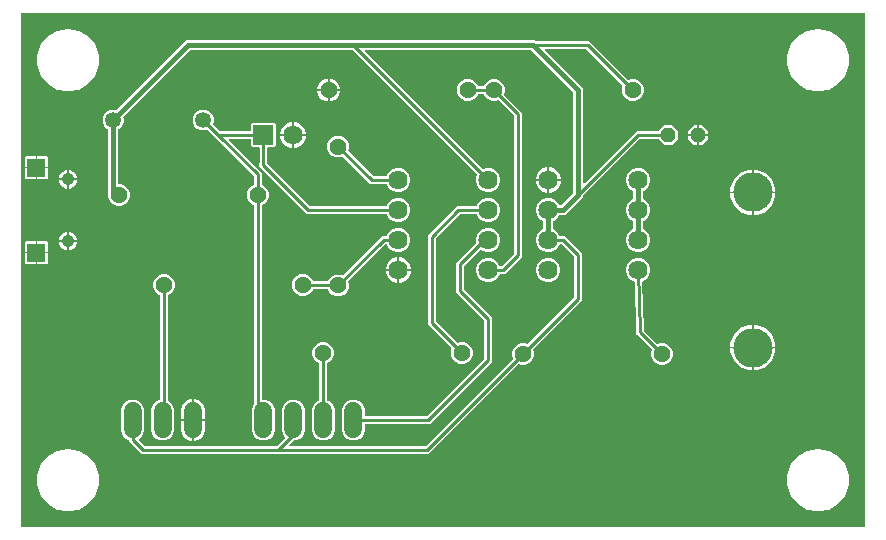
<source format=gbr>
G04 EAGLE Gerber RS-274X export*
G75*
%MOMM*%
%FSLAX34Y34*%
%LPD*%
%INBottom Copper*%
%IPPOS*%
%AMOC8*
5,1,8,0,0,1.08239X$1,22.5*%
G01*
G04 Define Apertures*
%ADD10C,1.651000*%
%ADD11R,1.651000X1.651000*%
%ADD12C,1.430000*%
%ADD13C,1.625600*%
%ADD14C,3.327400*%
%ADD15C,1.350000*%
%ADD16C,1.524000*%
%ADD17P,1.31965X8X22.5*%
%ADD18C,1.050000*%
%ADD19R,1.500000X1.500000*%
%ADD20C,0.254000*%
%ADD21C,0.406400*%
%ADD22C,1.524000*%
G36*
X725213Y10982D02*
X725463Y11154D01*
X725627Y11409D01*
X725678Y11684D01*
X725678Y445516D01*
X725618Y445813D01*
X725446Y446063D01*
X725191Y446227D01*
X724916Y446278D01*
X11684Y446278D01*
X11387Y446218D01*
X11137Y446046D01*
X10973Y445791D01*
X10922Y445516D01*
X10922Y11684D01*
X10982Y11387D01*
X11154Y11137D01*
X11409Y10973D01*
X11684Y10922D01*
X724916Y10922D01*
X725213Y10982D01*
G37*
%LPC*%
G36*
X41714Y381437D02*
X33724Y386050D01*
X27794Y393117D01*
X24638Y401787D01*
X24638Y411013D01*
X27794Y419683D01*
X33724Y426750D01*
X41714Y431363D01*
X50800Y432966D01*
X59886Y431363D01*
X67876Y426750D01*
X73807Y419683D01*
X76962Y411013D01*
X76962Y401787D01*
X73807Y393117D01*
X67876Y386050D01*
X59886Y381437D01*
X50800Y379834D01*
X41714Y381437D01*
G37*
G36*
X676714Y381437D02*
X668724Y386050D01*
X662794Y393117D01*
X659638Y401787D01*
X659638Y411013D01*
X662794Y419683D01*
X668724Y426750D01*
X676714Y431363D01*
X685800Y432966D01*
X694886Y431363D01*
X702876Y426750D01*
X708807Y419683D01*
X711962Y411013D01*
X711962Y401787D01*
X708807Y393117D01*
X702876Y386050D01*
X694886Y381437D01*
X685800Y379834D01*
X676714Y381437D01*
G37*
G36*
X112925Y72880D02*
X102090Y83715D01*
X102090Y84379D01*
X102030Y84677D01*
X101858Y84927D01*
X101620Y85083D01*
X99932Y85782D01*
X97212Y88502D01*
X95740Y92057D01*
X95740Y111144D01*
X97212Y114698D01*
X99932Y117418D01*
X103487Y118890D01*
X107334Y118890D01*
X110888Y117418D01*
X113608Y114698D01*
X115080Y111144D01*
X115080Y92057D01*
X113608Y88502D01*
X110879Y85774D01*
X110647Y85617D01*
X110482Y85363D01*
X110428Y85064D01*
X110496Y84769D01*
X110651Y84544D01*
X115452Y79743D01*
X115705Y79576D01*
X115991Y79520D01*
X226909Y79520D01*
X227206Y79580D01*
X227448Y79743D01*
X234116Y86411D01*
X234283Y86664D01*
X234339Y86962D01*
X234274Y87258D01*
X234116Y87489D01*
X233102Y88502D01*
X231630Y92057D01*
X231630Y111144D01*
X233102Y114698D01*
X235822Y117418D01*
X239377Y118890D01*
X243224Y118890D01*
X246778Y117418D01*
X249498Y114698D01*
X250970Y111144D01*
X250970Y92057D01*
X249498Y88502D01*
X246778Y85782D01*
X243224Y84310D01*
X241721Y84310D01*
X241424Y84250D01*
X241182Y84087D01*
X237916Y80821D01*
X237749Y80568D01*
X237693Y80270D01*
X237758Y79974D01*
X237933Y79726D01*
X238192Y79567D01*
X238455Y79520D01*
X352857Y79520D01*
X353154Y79580D01*
X353396Y79743D01*
X427051Y153399D01*
X427219Y153651D01*
X427275Y153950D01*
X427217Y154229D01*
X426628Y155650D01*
X426628Y159310D01*
X428029Y162691D01*
X430617Y165279D01*
X433998Y166680D01*
X437658Y166680D01*
X439079Y166091D01*
X439377Y166033D01*
X439673Y166096D01*
X439909Y166257D01*
X479057Y205404D01*
X479224Y205657D01*
X479280Y205943D01*
X479280Y239609D01*
X479220Y239906D01*
X479057Y240148D01*
X468748Y250457D01*
X468495Y250624D01*
X468209Y250680D01*
X467351Y250680D01*
X467053Y250620D01*
X466803Y250448D01*
X466647Y250210D01*
X465828Y248235D01*
X462965Y245372D01*
X459225Y243822D01*
X455175Y243822D01*
X451435Y245372D01*
X448572Y248235D01*
X447022Y251975D01*
X447022Y256025D01*
X448572Y259765D01*
X451435Y262628D01*
X452648Y263131D01*
X452899Y263300D01*
X453065Y263555D01*
X453118Y263835D01*
X453118Y269565D01*
X453058Y269862D01*
X452886Y270112D01*
X452648Y270269D01*
X451435Y270772D01*
X448572Y273635D01*
X447022Y277375D01*
X447022Y281425D01*
X448572Y285165D01*
X451435Y288028D01*
X455175Y289578D01*
X459225Y289578D01*
X462965Y288028D01*
X465828Y285165D01*
X466331Y283952D01*
X466500Y283701D01*
X466755Y283535D01*
X467035Y283482D01*
X467894Y283482D01*
X468191Y283542D01*
X468432Y283705D01*
X478295Y293568D01*
X478462Y293820D01*
X478518Y294106D01*
X478518Y378994D01*
X478458Y379291D01*
X478295Y379532D01*
X443032Y414795D01*
X442780Y414962D01*
X442494Y415018D01*
X302717Y415018D01*
X302420Y414958D01*
X302169Y414786D01*
X302006Y414531D01*
X301955Y414232D01*
X302025Y413937D01*
X302178Y413717D01*
X401570Y314325D01*
X401823Y314158D01*
X402121Y314102D01*
X402400Y314160D01*
X404375Y314978D01*
X408425Y314978D01*
X412165Y313428D01*
X415028Y310565D01*
X416578Y306825D01*
X416578Y302775D01*
X415028Y299035D01*
X412165Y296172D01*
X408425Y294622D01*
X404375Y294622D01*
X400635Y296172D01*
X397772Y299035D01*
X396222Y302775D01*
X396222Y306825D01*
X397040Y308800D01*
X397098Y309097D01*
X397035Y309394D01*
X396875Y309630D01*
X291710Y414795D01*
X291457Y414962D01*
X291171Y415018D01*
X154406Y415018D01*
X154109Y414958D01*
X153868Y414795D01*
X97686Y358613D01*
X97519Y358360D01*
X97463Y358062D01*
X97521Y357783D01*
X97700Y357350D01*
X97700Y353850D01*
X96360Y350615D01*
X93885Y348140D01*
X93452Y347961D01*
X93201Y347791D01*
X93035Y347537D01*
X92982Y347257D01*
X92982Y302062D01*
X93042Y301765D01*
X93214Y301515D01*
X93469Y301351D01*
X93744Y301300D01*
X95430Y301300D01*
X98811Y299899D01*
X101399Y297311D01*
X102800Y293930D01*
X102800Y290270D01*
X101399Y286889D01*
X98811Y284301D01*
X95430Y282900D01*
X91770Y282900D01*
X88389Y284301D01*
X85801Y286889D01*
X84400Y290270D01*
X84400Y293930D01*
X84760Y294799D01*
X84818Y295091D01*
X84818Y347257D01*
X84758Y347554D01*
X84586Y347804D01*
X84348Y347961D01*
X83915Y348140D01*
X81440Y350615D01*
X80100Y353850D01*
X80100Y357350D01*
X81440Y360585D01*
X83915Y363060D01*
X87150Y364400D01*
X90650Y364400D01*
X91083Y364221D01*
X91381Y364163D01*
X91677Y364226D01*
X91913Y364386D01*
X150709Y423182D01*
X446191Y423182D01*
X446730Y422643D01*
X446982Y422476D01*
X447268Y422420D01*
X491975Y422420D01*
X524619Y389777D01*
X524871Y389609D01*
X525170Y389554D01*
X525449Y389611D01*
X526870Y390200D01*
X530530Y390200D01*
X533911Y388799D01*
X536499Y386211D01*
X537900Y382830D01*
X537900Y379170D01*
X536499Y375789D01*
X533911Y373201D01*
X530530Y371800D01*
X526870Y371800D01*
X523489Y373201D01*
X520901Y375789D01*
X519500Y379170D01*
X519500Y382830D01*
X520089Y384251D01*
X520147Y384549D01*
X520084Y384845D01*
X519923Y385081D01*
X489448Y415557D01*
X489195Y415724D01*
X488909Y415780D01*
X455432Y415780D01*
X455135Y415720D01*
X454885Y415548D01*
X454722Y415293D01*
X454671Y414994D01*
X454741Y414699D01*
X454894Y414479D01*
X486682Y382691D01*
X486682Y302717D01*
X486742Y302420D01*
X486914Y302169D01*
X487169Y302006D01*
X487468Y301955D01*
X487763Y302025D01*
X487983Y302178D01*
X532025Y346220D01*
X550284Y346220D01*
X550581Y346280D01*
X550823Y346443D01*
X555426Y351046D01*
X562174Y351046D01*
X566946Y346274D01*
X566946Y339526D01*
X562174Y334754D01*
X555426Y334754D01*
X550823Y339357D01*
X550570Y339524D01*
X550284Y339580D01*
X535091Y339580D01*
X534794Y339520D01*
X534552Y339357D01*
X486905Y291710D01*
X486738Y291457D01*
X486682Y291171D01*
X486682Y290409D01*
X471591Y275318D01*
X467035Y275318D01*
X466738Y275258D01*
X466488Y275086D01*
X466331Y274848D01*
X465828Y273635D01*
X462965Y270772D01*
X461752Y270269D01*
X461501Y270100D01*
X461335Y269845D01*
X461282Y269565D01*
X461282Y263835D01*
X461342Y263538D01*
X461514Y263288D01*
X461752Y263131D01*
X462965Y262628D01*
X465828Y259765D01*
X466647Y257790D01*
X466816Y257539D01*
X467070Y257373D01*
X467351Y257320D01*
X471275Y257320D01*
X485920Y242675D01*
X485920Y202877D01*
X444605Y161561D01*
X444437Y161309D01*
X444382Y161010D01*
X444439Y160731D01*
X445028Y159310D01*
X445028Y155650D01*
X443627Y152269D01*
X441039Y149681D01*
X437658Y148280D01*
X433998Y148280D01*
X432577Y148869D01*
X432279Y148927D01*
X431983Y148864D01*
X431747Y148703D01*
X355923Y72880D01*
X112925Y72880D01*
G37*
G36*
X261710Y381762D02*
X261710Y382927D01*
X263185Y386489D01*
X265911Y389215D01*
X269473Y390690D01*
X270638Y390690D01*
X270638Y381762D01*
X261710Y381762D01*
G37*
G36*
X272162Y381762D02*
X272162Y390690D01*
X273327Y390690D01*
X276889Y389215D01*
X279615Y386489D01*
X281090Y382927D01*
X281090Y381762D01*
X272162Y381762D01*
G37*
G36*
X404375Y218422D02*
X400635Y219972D01*
X397772Y222835D01*
X396222Y226575D01*
X396222Y230625D01*
X397772Y234365D01*
X400635Y237228D01*
X404375Y238778D01*
X408425Y238778D01*
X412165Y237228D01*
X415028Y234365D01*
X415847Y232390D01*
X416016Y232139D01*
X416270Y231973D01*
X416551Y231920D01*
X417409Y231920D01*
X417706Y231980D01*
X417948Y232143D01*
X428257Y242452D01*
X428424Y242705D01*
X428480Y242991D01*
X428480Y358609D01*
X428420Y358906D01*
X428257Y359148D01*
X415181Y372223D01*
X414929Y372391D01*
X414630Y372447D01*
X414351Y372389D01*
X412930Y371800D01*
X409270Y371800D01*
X405889Y373201D01*
X403301Y375789D01*
X402712Y377210D01*
X402543Y377461D01*
X402288Y377627D01*
X402008Y377680D01*
X398092Y377680D01*
X397795Y377620D01*
X397545Y377448D01*
X397388Y377210D01*
X396799Y375789D01*
X394211Y373201D01*
X390830Y371800D01*
X387170Y371800D01*
X383789Y373201D01*
X381201Y375789D01*
X379800Y379170D01*
X379800Y382830D01*
X381201Y386211D01*
X383789Y388799D01*
X387170Y390200D01*
X390830Y390200D01*
X394211Y388799D01*
X396799Y386211D01*
X397388Y384790D01*
X397557Y384539D01*
X397812Y384373D01*
X398092Y384320D01*
X402008Y384320D01*
X402305Y384380D01*
X402555Y384552D01*
X402712Y384790D01*
X403301Y386211D01*
X405889Y388799D01*
X409270Y390200D01*
X412930Y390200D01*
X416311Y388799D01*
X418899Y386211D01*
X420300Y382830D01*
X420300Y379170D01*
X419711Y377749D01*
X419653Y377451D01*
X419716Y377155D01*
X419877Y376919D01*
X435120Y361675D01*
X435120Y239925D01*
X420475Y225280D01*
X416551Y225280D01*
X416253Y225220D01*
X416003Y225048D01*
X415847Y224810D01*
X415028Y222835D01*
X412165Y219972D01*
X408425Y218422D01*
X404375Y218422D01*
G37*
G36*
X269473Y371310D02*
X265911Y372785D01*
X263185Y375511D01*
X261710Y379073D01*
X261710Y380238D01*
X270638Y380238D01*
X270638Y371310D01*
X269473Y371310D01*
G37*
G36*
X272162Y371310D02*
X272162Y380238D01*
X281090Y380238D01*
X281090Y379073D01*
X279615Y375511D01*
X276889Y372785D01*
X273327Y371310D01*
X272162Y371310D01*
G37*
G36*
X213977Y84310D02*
X210422Y85782D01*
X207702Y88502D01*
X206230Y92057D01*
X206230Y111144D01*
X207728Y114759D01*
X207824Y114905D01*
X207880Y115191D01*
X207880Y283008D01*
X207820Y283305D01*
X207648Y283555D01*
X207410Y283712D01*
X205989Y284301D01*
X203401Y286889D01*
X202000Y290270D01*
X202000Y293930D01*
X203401Y297311D01*
X205989Y299899D01*
X207410Y300488D01*
X207661Y300657D01*
X207827Y300912D01*
X207880Y301192D01*
X207880Y307809D01*
X207820Y308106D01*
X207657Y308348D01*
X168875Y347130D01*
X168622Y347297D01*
X168324Y347353D01*
X168045Y347295D01*
X166850Y346800D01*
X163350Y346800D01*
X160115Y348140D01*
X157640Y350615D01*
X156300Y353850D01*
X156300Y357350D01*
X157640Y360585D01*
X160115Y363060D01*
X163350Y364400D01*
X166850Y364400D01*
X170085Y363060D01*
X172560Y360585D01*
X173900Y357350D01*
X173900Y353850D01*
X173405Y352655D01*
X173347Y352358D01*
X173410Y352061D01*
X173570Y351825D01*
X178952Y346443D01*
X179205Y346276D01*
X179491Y346220D01*
X205033Y346220D01*
X205330Y346280D01*
X205580Y346452D01*
X205744Y346707D01*
X205795Y346982D01*
X205795Y352004D01*
X206996Y353205D01*
X225204Y353205D01*
X226405Y352004D01*
X226405Y333796D01*
X225204Y332595D01*
X220182Y332595D01*
X219885Y332535D01*
X219635Y332363D01*
X219471Y332108D01*
X219420Y331833D01*
X219420Y318991D01*
X219480Y318694D01*
X219643Y318452D01*
X255152Y282943D01*
X255405Y282776D01*
X255691Y282720D01*
X320049Y282720D01*
X320347Y282780D01*
X320597Y282952D01*
X320753Y283190D01*
X321572Y285165D01*
X324435Y288028D01*
X328175Y289578D01*
X332225Y289578D01*
X335965Y288028D01*
X338828Y285165D01*
X340378Y281425D01*
X340378Y277375D01*
X338828Y273635D01*
X335965Y270772D01*
X332225Y269222D01*
X328175Y269222D01*
X324435Y270772D01*
X321572Y273635D01*
X320753Y275610D01*
X320584Y275861D01*
X320330Y276027D01*
X320049Y276080D01*
X252625Y276080D01*
X212580Y316125D01*
X212580Y318887D01*
X212724Y319105D01*
X212780Y319391D01*
X212780Y331833D01*
X212720Y332130D01*
X212548Y332380D01*
X212293Y332544D01*
X212018Y332595D01*
X206996Y332595D01*
X205795Y333796D01*
X205795Y338818D01*
X205735Y339115D01*
X205563Y339365D01*
X205308Y339529D01*
X205033Y339580D01*
X187655Y339580D01*
X187358Y339520D01*
X187107Y339348D01*
X186944Y339093D01*
X186893Y338794D01*
X186963Y338499D01*
X187116Y338279D01*
X214520Y310875D01*
X214520Y301192D01*
X214580Y300895D01*
X214752Y300645D01*
X214990Y300488D01*
X216411Y299899D01*
X218999Y297311D01*
X220400Y293930D01*
X220400Y290270D01*
X218999Y286889D01*
X216411Y284301D01*
X214990Y283712D01*
X214739Y283543D01*
X214573Y283288D01*
X214520Y283008D01*
X214520Y119652D01*
X214580Y119355D01*
X214752Y119105D01*
X215007Y118941D01*
X215282Y118890D01*
X217824Y118890D01*
X221378Y117418D01*
X224098Y114698D01*
X225570Y111144D01*
X225570Y92057D01*
X224098Y88502D01*
X221378Y85782D01*
X217824Y84310D01*
X213977Y84310D01*
G37*
G36*
X241862Y343662D02*
X241862Y353695D01*
X243247Y353695D01*
X247215Y352052D01*
X250252Y349015D01*
X251895Y345047D01*
X251895Y343662D01*
X241862Y343662D01*
G37*
G36*
X230305Y343662D02*
X230305Y345047D01*
X231948Y349015D01*
X234985Y352052D01*
X238953Y353695D01*
X240338Y353695D01*
X240338Y343662D01*
X230305Y343662D01*
G37*
G36*
X584962Y343662D02*
X584962Y351536D01*
X587777Y351536D01*
X592836Y346477D01*
X592836Y343662D01*
X584962Y343662D01*
G37*
G36*
X575564Y343662D02*
X575564Y346477D01*
X580623Y351536D01*
X583438Y351536D01*
X583438Y343662D01*
X575564Y343662D01*
G37*
G36*
X328175Y294622D02*
X324435Y296172D01*
X321572Y299035D01*
X320753Y301010D01*
X320584Y301261D01*
X320330Y301427D01*
X320049Y301480D01*
X306345Y301480D01*
X283481Y324343D01*
X283229Y324511D01*
X282930Y324567D01*
X282651Y324509D01*
X281230Y323920D01*
X277570Y323920D01*
X274189Y325321D01*
X271601Y327909D01*
X270200Y331290D01*
X270200Y334950D01*
X271601Y338331D01*
X274189Y340919D01*
X277570Y342320D01*
X281230Y342320D01*
X284611Y340919D01*
X287199Y338331D01*
X288600Y334950D01*
X288600Y331290D01*
X288011Y329869D01*
X287953Y329571D01*
X288016Y329275D01*
X288177Y329039D01*
X308872Y308343D01*
X309125Y308176D01*
X309411Y308120D01*
X320049Y308120D01*
X320347Y308180D01*
X320597Y308352D01*
X320753Y308590D01*
X321572Y310565D01*
X324435Y313428D01*
X328175Y314978D01*
X332225Y314978D01*
X335965Y313428D01*
X338828Y310565D01*
X340378Y306825D01*
X340378Y302775D01*
X338828Y299035D01*
X335965Y296172D01*
X332225Y294622D01*
X328175Y294622D01*
G37*
G36*
X241862Y332105D02*
X241862Y342138D01*
X251895Y342138D01*
X251895Y340753D01*
X250252Y336785D01*
X247215Y333748D01*
X243247Y332105D01*
X241862Y332105D01*
G37*
G36*
X238953Y332105D02*
X234985Y333748D01*
X231948Y336785D01*
X230305Y340753D01*
X230305Y342138D01*
X240338Y342138D01*
X240338Y332105D01*
X238953Y332105D01*
G37*
G36*
X580623Y334264D02*
X575564Y339323D01*
X575564Y342138D01*
X583438Y342138D01*
X583438Y334264D01*
X580623Y334264D01*
G37*
G36*
X584962Y334264D02*
X584962Y342138D01*
X592836Y342138D01*
X592836Y339323D01*
X587777Y334264D01*
X584962Y334264D01*
G37*
G36*
X13860Y316162D02*
X13860Y323952D01*
X15348Y325440D01*
X23138Y325440D01*
X23138Y316162D01*
X13860Y316162D01*
G37*
G36*
X24662Y316162D02*
X24662Y325440D01*
X32452Y325440D01*
X33940Y323952D01*
X33940Y316162D01*
X24662Y316162D01*
G37*
G36*
X446532Y305562D02*
X446532Y306922D01*
X448156Y310843D01*
X451157Y313844D01*
X455078Y315468D01*
X456438Y315468D01*
X456438Y305562D01*
X446532Y305562D01*
G37*
G36*
X457962Y305562D02*
X457962Y315468D01*
X459322Y315468D01*
X463243Y313844D01*
X466244Y310843D01*
X467868Y306922D01*
X467868Y305562D01*
X457962Y305562D01*
G37*
G36*
X531375Y243822D02*
X527635Y245372D01*
X524772Y248235D01*
X523222Y251975D01*
X523222Y256025D01*
X524772Y259765D01*
X527635Y262628D01*
X528848Y263131D01*
X529099Y263300D01*
X529265Y263555D01*
X529318Y263835D01*
X529318Y269565D01*
X529258Y269862D01*
X529086Y270112D01*
X528848Y270269D01*
X527635Y270772D01*
X524772Y273635D01*
X523222Y277375D01*
X523222Y281425D01*
X524772Y285165D01*
X527635Y288028D01*
X528848Y288531D01*
X529099Y288700D01*
X529265Y288955D01*
X529318Y289235D01*
X529318Y294965D01*
X529258Y295262D01*
X529086Y295512D01*
X528848Y295669D01*
X527635Y296172D01*
X524772Y299035D01*
X523222Y302775D01*
X523222Y306825D01*
X524772Y310565D01*
X527635Y313428D01*
X531375Y314978D01*
X535425Y314978D01*
X539165Y313428D01*
X542028Y310565D01*
X543578Y306825D01*
X543578Y302775D01*
X542028Y299035D01*
X539165Y296172D01*
X537952Y295669D01*
X537701Y295500D01*
X537535Y295245D01*
X537482Y294965D01*
X537482Y289235D01*
X537542Y288938D01*
X537714Y288688D01*
X537952Y288531D01*
X539165Y288028D01*
X542028Y285165D01*
X543578Y281425D01*
X543578Y277375D01*
X542028Y273635D01*
X539165Y270772D01*
X537952Y270269D01*
X537701Y270100D01*
X537535Y269845D01*
X537482Y269565D01*
X537482Y263835D01*
X537542Y263538D01*
X537714Y263288D01*
X537952Y263131D01*
X539165Y262628D01*
X542028Y259765D01*
X543578Y256025D01*
X543578Y251975D01*
X542028Y248235D01*
X539165Y245372D01*
X535425Y243822D01*
X531375Y243822D01*
G37*
G36*
X15348Y305360D02*
X13860Y306848D01*
X13860Y314638D01*
X23138Y314638D01*
X23138Y305360D01*
X15348Y305360D01*
G37*
G36*
X24662Y305360D02*
X24662Y314638D01*
X33940Y314638D01*
X33940Y306848D01*
X32452Y305360D01*
X24662Y305360D01*
G37*
G36*
X611223Y295021D02*
X611223Y298074D01*
X614143Y305122D01*
X619537Y310516D01*
X626585Y313436D01*
X629638Y313436D01*
X629638Y295021D01*
X611223Y295021D01*
G37*
G36*
X631162Y295021D02*
X631162Y313436D01*
X634215Y313436D01*
X641263Y310516D01*
X646657Y305122D01*
X649577Y298074D01*
X649577Y295021D01*
X631162Y295021D01*
G37*
G36*
X42610Y306162D02*
X42610Y306950D01*
X43796Y309813D01*
X45987Y312004D01*
X48850Y313190D01*
X49638Y313190D01*
X49638Y306162D01*
X42610Y306162D01*
G37*
G36*
X51162Y306162D02*
X51162Y313190D01*
X51950Y313190D01*
X54813Y312004D01*
X57004Y309813D01*
X58190Y306950D01*
X58190Y306162D01*
X51162Y306162D01*
G37*
G36*
X51162Y297610D02*
X51162Y304638D01*
X58190Y304638D01*
X58190Y303850D01*
X57004Y300987D01*
X54813Y298796D01*
X51950Y297610D01*
X51162Y297610D01*
G37*
G36*
X48850Y297610D02*
X45987Y298796D01*
X43796Y300987D01*
X42610Y303850D01*
X42610Y304638D01*
X49638Y304638D01*
X49638Y297610D01*
X48850Y297610D01*
G37*
G36*
X457962Y294132D02*
X457962Y304038D01*
X467868Y304038D01*
X467868Y302678D01*
X466244Y298757D01*
X463243Y295756D01*
X459322Y294132D01*
X457962Y294132D01*
G37*
G36*
X455078Y294132D02*
X451157Y295756D01*
X448156Y298757D01*
X446532Y302678D01*
X446532Y304038D01*
X456438Y304038D01*
X456438Y294132D01*
X455078Y294132D01*
G37*
G36*
X631162Y275082D02*
X631162Y293497D01*
X649577Y293497D01*
X649577Y290444D01*
X646657Y283396D01*
X641263Y278002D01*
X634215Y275082D01*
X631162Y275082D01*
G37*
G36*
X626585Y275082D02*
X619537Y278002D01*
X614143Y283396D01*
X611223Y290444D01*
X611223Y293497D01*
X629638Y293497D01*
X629638Y275082D01*
X626585Y275082D01*
G37*
G36*
X382090Y149352D02*
X378709Y150753D01*
X376121Y153341D01*
X374720Y156722D01*
X374720Y160382D01*
X375309Y161803D01*
X375367Y162101D01*
X375304Y162397D01*
X375143Y162633D01*
X355200Y182577D01*
X355200Y258295D01*
X379625Y282720D01*
X396249Y282720D01*
X396547Y282780D01*
X396797Y282952D01*
X396953Y283190D01*
X397772Y285165D01*
X400635Y288028D01*
X404375Y289578D01*
X408425Y289578D01*
X412165Y288028D01*
X415028Y285165D01*
X416578Y281425D01*
X416578Y277375D01*
X415028Y273635D01*
X412165Y270772D01*
X408425Y269222D01*
X404375Y269222D01*
X400635Y270772D01*
X397772Y273635D01*
X396953Y275610D01*
X396784Y275861D01*
X396530Y276027D01*
X396249Y276080D01*
X382691Y276080D01*
X382394Y276020D01*
X382152Y275857D01*
X362063Y255768D01*
X361896Y255515D01*
X361840Y255229D01*
X361840Y185643D01*
X361900Y185346D01*
X362063Y185104D01*
X379839Y167329D01*
X380091Y167161D01*
X380390Y167106D01*
X380669Y167163D01*
X382090Y167752D01*
X385750Y167752D01*
X389131Y166351D01*
X391719Y163763D01*
X393120Y160382D01*
X393120Y156722D01*
X391719Y153341D01*
X389131Y150753D01*
X385750Y149352D01*
X382090Y149352D01*
G37*
G36*
X277570Y206320D02*
X274189Y207721D01*
X271601Y210309D01*
X270855Y212110D01*
X270685Y212361D01*
X270431Y212527D01*
X270151Y212580D01*
X258392Y212580D01*
X258095Y212520D01*
X257845Y212348D01*
X257688Y212110D01*
X257099Y210689D01*
X254511Y208101D01*
X251130Y206700D01*
X247470Y206700D01*
X244089Y208101D01*
X241501Y210689D01*
X240100Y214070D01*
X240100Y217730D01*
X241501Y221111D01*
X244089Y223699D01*
X247470Y225100D01*
X251130Y225100D01*
X254511Y223699D01*
X257099Y221111D01*
X257688Y219690D01*
X257857Y219439D01*
X258112Y219273D01*
X258392Y219220D01*
X270465Y219220D01*
X270763Y219280D01*
X271013Y219452D01*
X271169Y219690D01*
X271601Y220731D01*
X274189Y223319D01*
X277570Y224720D01*
X281230Y224720D01*
X282651Y224131D01*
X282949Y224073D01*
X283245Y224136D01*
X283481Y224297D01*
X316505Y257320D01*
X320049Y257320D01*
X320347Y257380D01*
X320597Y257552D01*
X320753Y257790D01*
X321572Y259765D01*
X324435Y262628D01*
X328175Y264178D01*
X332225Y264178D01*
X335965Y262628D01*
X338828Y259765D01*
X340378Y256025D01*
X340378Y251975D01*
X338828Y248235D01*
X335965Y245372D01*
X332225Y243822D01*
X328175Y243822D01*
X324435Y245372D01*
X321572Y248235D01*
X320753Y250210D01*
X320584Y250461D01*
X320330Y250627D01*
X320049Y250680D01*
X319571Y250680D01*
X319274Y250620D01*
X319032Y250457D01*
X288177Y219601D01*
X288009Y219349D01*
X287954Y219050D01*
X288011Y218771D01*
X288600Y217350D01*
X288600Y213690D01*
X287199Y210309D01*
X284611Y207721D01*
X281230Y206320D01*
X277570Y206320D01*
G37*
G36*
X290177Y84310D02*
X286622Y85782D01*
X283902Y88502D01*
X282430Y92057D01*
X282430Y111144D01*
X283902Y114698D01*
X286622Y117418D01*
X290177Y118890D01*
X294024Y118890D01*
X297578Y117418D01*
X300298Y114698D01*
X301770Y111144D01*
X301770Y105682D01*
X301830Y105385D01*
X302002Y105135D01*
X302257Y104971D01*
X302532Y104920D01*
X353909Y104920D01*
X354206Y104980D01*
X354448Y105143D01*
X402857Y153552D01*
X403024Y153805D01*
X403080Y154091D01*
X403080Y185319D01*
X403020Y185616D01*
X402857Y185858D01*
X378932Y209783D01*
X378932Y234717D01*
X395999Y251784D01*
X396166Y252037D01*
X396222Y252323D01*
X396222Y256025D01*
X397772Y259765D01*
X400635Y262628D01*
X404375Y264178D01*
X408425Y264178D01*
X412165Y262628D01*
X415028Y259765D01*
X416578Y256025D01*
X416578Y251975D01*
X415028Y248235D01*
X412165Y245372D01*
X408425Y243822D01*
X404375Y243822D01*
X400635Y245372D01*
X400345Y245662D01*
X400092Y245829D01*
X399794Y245885D01*
X399497Y245820D01*
X399267Y245662D01*
X385795Y232190D01*
X385628Y231937D01*
X385572Y231651D01*
X385572Y212849D01*
X385632Y212552D01*
X385795Y212310D01*
X409720Y188385D01*
X409720Y151025D01*
X356975Y98280D01*
X302532Y98280D01*
X302235Y98220D01*
X301985Y98048D01*
X301821Y97793D01*
X301770Y97518D01*
X301770Y92057D01*
X300298Y88502D01*
X297578Y85782D01*
X294024Y84310D01*
X290177Y84310D01*
G37*
G36*
X51162Y254162D02*
X51162Y261190D01*
X51950Y261190D01*
X54813Y260004D01*
X57004Y257813D01*
X58190Y254950D01*
X58190Y254162D01*
X51162Y254162D01*
G37*
G36*
X42610Y254162D02*
X42610Y254950D01*
X43796Y257813D01*
X45987Y260004D01*
X48850Y261190D01*
X49638Y261190D01*
X49638Y254162D01*
X42610Y254162D01*
G37*
G36*
X24662Y244162D02*
X24662Y253440D01*
X32452Y253440D01*
X33940Y251952D01*
X33940Y244162D01*
X24662Y244162D01*
G37*
G36*
X13860Y244162D02*
X13860Y251952D01*
X15348Y253440D01*
X23138Y253440D01*
X23138Y244162D01*
X13860Y244162D01*
G37*
G36*
X48850Y245610D02*
X45987Y246796D01*
X43796Y248987D01*
X42610Y251850D01*
X42610Y252638D01*
X49638Y252638D01*
X49638Y245610D01*
X48850Y245610D01*
G37*
G36*
X51162Y245610D02*
X51162Y252638D01*
X58190Y252638D01*
X58190Y251850D01*
X57004Y248987D01*
X54813Y246796D01*
X51950Y245610D01*
X51162Y245610D01*
G37*
G36*
X15348Y233360D02*
X13860Y234848D01*
X13860Y242638D01*
X23138Y242638D01*
X23138Y233360D01*
X15348Y233360D01*
G37*
G36*
X24662Y233360D02*
X24662Y242638D01*
X33940Y242638D01*
X33940Y234848D01*
X32452Y233360D01*
X24662Y233360D01*
G37*
G36*
X330962Y229362D02*
X330962Y239268D01*
X332322Y239268D01*
X336243Y237644D01*
X339244Y234643D01*
X340868Y230722D01*
X340868Y229362D01*
X330962Y229362D01*
G37*
G36*
X319532Y229362D02*
X319532Y230722D01*
X321156Y234643D01*
X324157Y237644D01*
X328078Y239268D01*
X329438Y239268D01*
X329438Y229362D01*
X319532Y229362D01*
G37*
G36*
X455175Y218422D02*
X451435Y219972D01*
X448572Y222835D01*
X447022Y226575D01*
X447022Y230625D01*
X448572Y234365D01*
X451435Y237228D01*
X455175Y238778D01*
X459225Y238778D01*
X462965Y237228D01*
X465828Y234365D01*
X467378Y230625D01*
X467378Y226575D01*
X465828Y222835D01*
X462965Y219972D01*
X459225Y218422D01*
X455175Y218422D01*
G37*
G36*
X551598Y148280D02*
X548217Y149681D01*
X545629Y152269D01*
X544228Y155650D01*
X544228Y159310D01*
X544817Y160731D01*
X544875Y161029D01*
X544812Y161325D01*
X544651Y161561D01*
X532697Y173516D01*
X532680Y173532D01*
X531680Y174473D01*
X531680Y175846D01*
X531680Y175869D01*
X530390Y218344D01*
X530321Y218639D01*
X530142Y218884D01*
X529920Y219025D01*
X527635Y219972D01*
X524772Y222835D01*
X523222Y226575D01*
X523222Y230625D01*
X524772Y234365D01*
X527635Y237228D01*
X531375Y238778D01*
X535425Y238778D01*
X539165Y237228D01*
X542028Y234365D01*
X543578Y230625D01*
X543578Y226575D01*
X542028Y222835D01*
X539165Y219972D01*
X537497Y219280D01*
X537245Y219111D01*
X537080Y218857D01*
X537027Y218553D01*
X538269Y177627D01*
X538339Y177331D01*
X538492Y177111D01*
X549347Y166257D01*
X549599Y166089D01*
X549898Y166034D01*
X550177Y166091D01*
X551598Y166680D01*
X555258Y166680D01*
X558639Y165279D01*
X561227Y162691D01*
X562628Y159310D01*
X562628Y155650D01*
X561227Y152269D01*
X558639Y149681D01*
X555258Y148280D01*
X551598Y148280D01*
G37*
G36*
X330962Y217932D02*
X330962Y227838D01*
X340868Y227838D01*
X340868Y226478D01*
X339244Y222557D01*
X336243Y219556D01*
X332322Y217932D01*
X330962Y217932D01*
G37*
G36*
X328078Y217932D02*
X324157Y219556D01*
X321156Y222557D01*
X319532Y226478D01*
X319532Y227838D01*
X329438Y227838D01*
X329438Y217932D01*
X328078Y217932D01*
G37*
G36*
X128887Y84310D02*
X125332Y85782D01*
X122612Y88502D01*
X121140Y92057D01*
X121140Y111144D01*
X122612Y114698D01*
X125332Y117418D01*
X127910Y118485D01*
X128161Y118655D01*
X128327Y118909D01*
X128380Y119189D01*
X128380Y206808D01*
X128320Y207105D01*
X128148Y207355D01*
X127910Y207512D01*
X126489Y208101D01*
X123901Y210689D01*
X122500Y214070D01*
X122500Y217730D01*
X123901Y221111D01*
X126489Y223699D01*
X129870Y225100D01*
X133530Y225100D01*
X136911Y223699D01*
X139499Y221111D01*
X140900Y217730D01*
X140900Y214070D01*
X139499Y210689D01*
X136911Y208101D01*
X135490Y207512D01*
X135239Y207343D01*
X135073Y207088D01*
X135020Y206808D01*
X135020Y118452D01*
X135080Y118155D01*
X135252Y117905D01*
X135490Y117748D01*
X136288Y117418D01*
X139008Y114698D01*
X140480Y111144D01*
X140480Y92057D01*
X139008Y88502D01*
X136288Y85782D01*
X132734Y84310D01*
X128887Y84310D01*
G37*
G36*
X611223Y163703D02*
X611223Y166756D01*
X614143Y173804D01*
X619537Y179198D01*
X626585Y182118D01*
X629638Y182118D01*
X629638Y163703D01*
X611223Y163703D01*
G37*
G36*
X631162Y163703D02*
X631162Y182118D01*
X634215Y182118D01*
X641263Y179198D01*
X646657Y173804D01*
X649577Y166756D01*
X649577Y163703D01*
X631162Y163703D01*
G37*
G36*
X264777Y84310D02*
X261222Y85782D01*
X258502Y88502D01*
X257030Y92057D01*
X257030Y111144D01*
X258502Y114698D01*
X261222Y117418D01*
X262910Y118117D01*
X263161Y118286D01*
X263327Y118540D01*
X263380Y118821D01*
X263380Y149303D01*
X263320Y149600D01*
X263148Y149850D01*
X262910Y150007D01*
X261109Y150753D01*
X258521Y153341D01*
X257120Y156722D01*
X257120Y160382D01*
X258521Y163763D01*
X261109Y166351D01*
X264490Y167752D01*
X268150Y167752D01*
X271531Y166351D01*
X274119Y163763D01*
X275520Y160382D01*
X275520Y156722D01*
X274119Y153341D01*
X271531Y150753D01*
X270490Y150321D01*
X270239Y150152D01*
X270073Y149898D01*
X270020Y149617D01*
X270020Y118821D01*
X270080Y118523D01*
X270252Y118273D01*
X270490Y118117D01*
X272178Y117418D01*
X274898Y114698D01*
X276370Y111144D01*
X276370Y92057D01*
X274898Y88502D01*
X272178Y85782D01*
X268624Y84310D01*
X264777Y84310D01*
G37*
G36*
X631162Y143764D02*
X631162Y162179D01*
X649577Y162179D01*
X649577Y159126D01*
X646657Y152078D01*
X641263Y146684D01*
X634215Y143764D01*
X631162Y143764D01*
G37*
G36*
X626585Y143764D02*
X619537Y146684D01*
X614143Y152078D01*
X611223Y159126D01*
X611223Y162179D01*
X629638Y162179D01*
X629638Y143764D01*
X626585Y143764D01*
G37*
G36*
X146050Y102362D02*
X146050Y111241D01*
X147597Y114975D01*
X150455Y117833D01*
X154189Y119380D01*
X155448Y119380D01*
X155448Y102362D01*
X146050Y102362D01*
G37*
G36*
X156972Y102362D02*
X156972Y119380D01*
X158231Y119380D01*
X161965Y117833D01*
X164823Y114975D01*
X166370Y111241D01*
X166370Y102362D01*
X156972Y102362D01*
G37*
G36*
X156972Y83820D02*
X156972Y100838D01*
X166370Y100838D01*
X166370Y91959D01*
X164823Y88225D01*
X161965Y85367D01*
X158231Y83820D01*
X156972Y83820D01*
G37*
G36*
X154189Y83820D02*
X150455Y85367D01*
X147597Y88225D01*
X146050Y91959D01*
X146050Y100838D01*
X155448Y100838D01*
X155448Y83820D01*
X154189Y83820D01*
G37*
G36*
X676714Y25837D02*
X668724Y30450D01*
X662794Y37517D01*
X659638Y46187D01*
X659638Y55413D01*
X662794Y64083D01*
X668724Y71150D01*
X676714Y75763D01*
X685800Y77366D01*
X694886Y75763D01*
X702876Y71150D01*
X708807Y64083D01*
X711962Y55413D01*
X711962Y46187D01*
X708807Y37517D01*
X702876Y30450D01*
X694886Y25837D01*
X685800Y24234D01*
X676714Y25837D01*
G37*
G36*
X41714Y25837D02*
X33724Y30450D01*
X27794Y37517D01*
X24638Y46187D01*
X24638Y55413D01*
X27794Y64083D01*
X33724Y71150D01*
X41714Y75763D01*
X50800Y77366D01*
X59886Y75763D01*
X67876Y71150D01*
X73807Y64083D01*
X76962Y55413D01*
X76962Y46187D01*
X73807Y37517D01*
X67876Y30450D01*
X59886Y25837D01*
X50800Y24234D01*
X41714Y25837D01*
G37*
%LPD*%
D10*
X241100Y342900D03*
D11*
X216100Y342900D03*
D12*
X131700Y215900D03*
X249300Y215900D03*
X279400Y215520D03*
X279400Y333120D03*
X211200Y292100D03*
X93600Y292100D03*
X383920Y158552D03*
X266320Y158552D03*
D13*
X330200Y304800D03*
X330200Y279400D03*
X406400Y279400D03*
X406400Y304800D03*
X330200Y254000D03*
X330200Y228600D03*
X406400Y254000D03*
X406400Y228600D03*
D14*
X630400Y294259D03*
X630400Y162941D03*
D15*
X165100Y355600D03*
X88900Y355600D03*
D16*
X241300Y109220D02*
X241300Y93980D01*
X215900Y93980D02*
X215900Y109220D01*
D13*
X457200Y304800D03*
X457200Y279400D03*
X533400Y279400D03*
X533400Y304800D03*
X457200Y254000D03*
X457200Y228600D03*
X533400Y254000D03*
X533400Y228600D03*
D17*
X558800Y342900D03*
X584200Y342900D03*
D12*
X553428Y157480D03*
X435828Y157480D03*
X411100Y381000D03*
X528700Y381000D03*
X271400Y381000D03*
X389000Y381000D03*
D16*
X266700Y109220D02*
X266700Y93980D01*
X292100Y93980D02*
X292100Y109220D01*
D18*
X50400Y253400D03*
X50400Y305400D03*
D19*
X23900Y243400D03*
X23900Y315400D03*
D16*
X105410Y109220D02*
X105410Y93980D01*
X130810Y93980D02*
X130810Y109220D01*
X156210Y109220D02*
X156210Y93980D01*
D20*
X307720Y304800D02*
X279400Y333120D01*
X307720Y304800D02*
X330200Y304800D01*
D21*
X152400Y419100D02*
X88900Y355600D01*
X457200Y279400D02*
X457200Y254000D01*
X457200Y279400D02*
X469900Y279400D01*
X482600Y292100D01*
X482600Y381000D01*
X444500Y419100D01*
X292100Y419100D01*
X152400Y419100D01*
D20*
X105410Y101600D02*
X105410Y85090D01*
X114300Y76200D01*
X228600Y76200D01*
X241300Y88900D01*
X241300Y101600D01*
X354548Y76200D02*
X435828Y157480D01*
X354548Y76200D02*
X228600Y76200D01*
X435828Y157480D02*
X482600Y204252D01*
X482600Y241300D01*
X469900Y254000D01*
X457200Y254000D01*
X444500Y419100D02*
X490600Y419100D01*
X528700Y381000D01*
X533400Y342900D02*
X482600Y292100D01*
X533400Y342900D02*
X558800Y342900D01*
X406400Y304800D02*
X292100Y419100D01*
D21*
X88900Y355600D02*
X88900Y296800D01*
X93600Y292100D01*
D20*
X165100Y355600D02*
X177800Y342900D01*
X211200Y309500D01*
X211200Y292100D01*
X216100Y342900D02*
X177800Y342900D01*
X216100Y342900D02*
X216100Y317700D01*
X215900Y317500D01*
X254000Y279400D01*
X330200Y279400D01*
X211200Y106300D02*
X215900Y101600D01*
X211200Y106300D02*
X211200Y292100D01*
D22*
X575310Y287020D03*
X88600Y241000D03*
D20*
X249300Y215900D02*
X279020Y215900D01*
X279400Y215520D01*
X317880Y254000D01*
X330200Y254000D01*
X406400Y152400D02*
X355600Y101600D01*
X382252Y211158D02*
X382252Y233342D01*
X406400Y187010D02*
X406400Y152400D01*
X406400Y254000D02*
X402910Y254000D01*
X382252Y233342D01*
X382252Y211158D02*
X406400Y187010D01*
X355600Y101600D02*
X292100Y101600D01*
D21*
X533400Y254000D02*
X533400Y279400D01*
X533400Y304800D01*
D20*
X535000Y175908D02*
X553428Y157480D01*
X535000Y175908D02*
X533400Y228600D01*
X411100Y381000D02*
X389000Y381000D01*
X411100Y381000D02*
X431800Y360300D01*
X431800Y241300D01*
X419100Y228600D01*
X406400Y228600D01*
X358520Y256920D02*
X358520Y183952D01*
X383920Y158552D01*
X358520Y256920D02*
X381000Y279400D01*
X406400Y279400D01*
X266700Y158172D02*
X266320Y158552D01*
X266700Y158172D02*
X266700Y101600D01*
X131700Y102490D02*
X131700Y215900D01*
X131700Y102490D02*
X130810Y101600D01*
M02*

</source>
